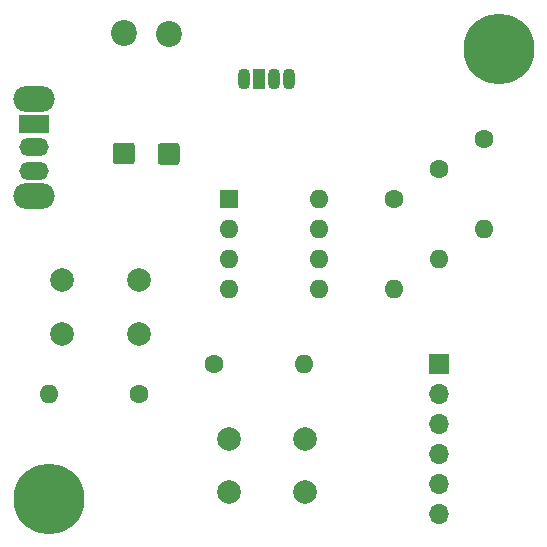
<source format=gbr>
%TF.GenerationSoftware,KiCad,Pcbnew,5.1.10-88a1d61d58~88~ubuntu18.04.1*%
%TF.CreationDate,2021-12-28T00:11:02+01:00*%
%TF.ProjectId,tuchoVen,74756368-6f56-4656-9e2e-6b696361645f,rev?*%
%TF.SameCoordinates,Original*%
%TF.FileFunction,Soldermask,Top*%
%TF.FilePolarity,Negative*%
%FSLAX46Y46*%
G04 Gerber Fmt 4.6, Leading zero omitted, Abs format (unit mm)*
G04 Created by KiCad (PCBNEW 5.1.10-88a1d61d58~88~ubuntu18.04.1) date 2021-12-28 00:11:02*
%MOMM*%
%LPD*%
G01*
G04 APERTURE LIST*
%ADD10C,6.000000*%
%ADD11O,1.600000X1.600000*%
%ADD12R,1.600000X1.600000*%
%ADD13C,2.000000*%
%ADD14O,3.500000X2.200000*%
%ADD15O,2.500000X1.500000*%
%ADD16R,2.500000X1.500000*%
%ADD17C,1.600000*%
%ADD18C,2.200000*%
%ADD19O,1.700000X1.700000*%
%ADD20R,1.700000X1.700000*%
%ADD21O,1.070000X1.800000*%
%ADD22R,1.070000X1.800000*%
G04 APERTURE END LIST*
D10*
%TO.C,h*%
X144780000Y-55880000D03*
%TD*%
%TO.C,h*%
X106680000Y-93980000D03*
%TD*%
D11*
%TO.C,U1*%
X129540000Y-68580000D03*
X121920000Y-76200000D03*
X129540000Y-71120000D03*
X121920000Y-73660000D03*
X129540000Y-73660000D03*
X121920000Y-71120000D03*
X129540000Y-76200000D03*
D12*
X121920000Y-68580000D03*
%TD*%
D13*
%TO.C,SW3*%
X128420000Y-88900000D03*
X128420000Y-93400000D03*
X121920000Y-88900000D03*
X121920000Y-93400000D03*
%TD*%
%TO.C,SW2*%
X107800000Y-80010000D03*
X107800000Y-75510000D03*
X114300000Y-80010000D03*
X114300000Y-75510000D03*
%TD*%
D14*
%TO.C,SW1*%
X105410000Y-68330000D03*
X105410000Y-60130000D03*
D15*
X105410000Y-66230000D03*
X105410000Y-64230000D03*
D16*
X105410000Y-62230000D03*
%TD*%
D11*
%TO.C,R5*%
X128270000Y-82550000D03*
D17*
X120650000Y-82550000D03*
%TD*%
D11*
%TO.C,R4*%
X106680000Y-85090000D03*
D17*
X114300000Y-85090000D03*
%TD*%
D11*
%TO.C,R3*%
X135890000Y-76200000D03*
D17*
X135890000Y-68580000D03*
%TD*%
D11*
%TO.C,R2*%
X139700000Y-73660000D03*
D17*
X139700000Y-66040000D03*
%TD*%
D11*
%TO.C,R1*%
X143510000Y-71120000D03*
D17*
X143510000Y-63500000D03*
%TD*%
D18*
%TO.C,J3*%
X113030000Y-54570000D03*
G36*
G01*
X113955000Y-64094999D02*
X113955000Y-65445001D01*
G75*
G02*
X113705001Y-65695000I-249999J0D01*
G01*
X112354999Y-65695000D01*
G75*
G02*
X112105000Y-65445001I0J249999D01*
G01*
X112105000Y-64094999D01*
G75*
G02*
X112354999Y-63845000I249999J0D01*
G01*
X113705001Y-63845000D01*
G75*
G02*
X113955000Y-64094999I0J-249999D01*
G01*
G37*
%TD*%
%TO.C,J2*%
X116840000Y-54610000D03*
G36*
G01*
X117765000Y-64134999D02*
X117765000Y-65485001D01*
G75*
G02*
X117515001Y-65735000I-249999J0D01*
G01*
X116164999Y-65735000D01*
G75*
G02*
X115915000Y-65485001I0J249999D01*
G01*
X115915000Y-64134999D01*
G75*
G02*
X116164999Y-63885000I249999J0D01*
G01*
X117515001Y-63885000D01*
G75*
G02*
X117765000Y-64134999I0J-249999D01*
G01*
G37*
%TD*%
D19*
%TO.C,J1*%
X139700000Y-95250000D03*
X139700000Y-92710000D03*
X139700000Y-90170000D03*
X139700000Y-87630000D03*
X139700000Y-85090000D03*
D20*
X139700000Y-82550000D03*
%TD*%
D21*
%TO.C,D1*%
X123190000Y-58420000D03*
D22*
X124460000Y-58420000D03*
D21*
X125730000Y-58420000D03*
X127000000Y-58420000D03*
%TD*%
M02*

</source>
